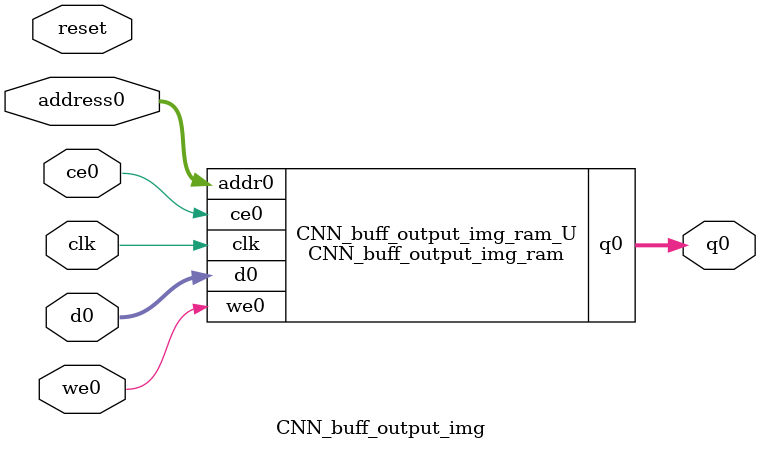
<source format=v>
`timescale 1 ns / 1 ps
module CNN_buff_output_img_ram (addr0, ce0, d0, we0, q0,  clk);

parameter DWIDTH = 8;
parameter AWIDTH = 14;
parameter MEM_SIZE = 9604;

input[AWIDTH-1:0] addr0;
input ce0;
input[DWIDTH-1:0] d0;
input we0;
output reg[DWIDTH-1:0] q0;
input clk;

(* ram_style = "block" *)reg [DWIDTH-1:0] ram[0:MEM_SIZE-1];




always @(posedge clk)  
begin 
    if (ce0) 
    begin
        if (we0) 
        begin 
            ram[addr0] <= d0; 
        end 
        q0 <= ram[addr0];
    end
end


endmodule

`timescale 1 ns / 1 ps
module CNN_buff_output_img(
    reset,
    clk,
    address0,
    ce0,
    we0,
    d0,
    q0);

parameter DataWidth = 32'd8;
parameter AddressRange = 32'd9604;
parameter AddressWidth = 32'd14;
input reset;
input clk;
input[AddressWidth - 1:0] address0;
input ce0;
input we0;
input[DataWidth - 1:0] d0;
output[DataWidth - 1:0] q0;



CNN_buff_output_img_ram CNN_buff_output_img_ram_U(
    .clk( clk ),
    .addr0( address0 ),
    .ce0( ce0 ),
    .we0( we0 ),
    .d0( d0 ),
    .q0( q0 ));

endmodule


</source>
